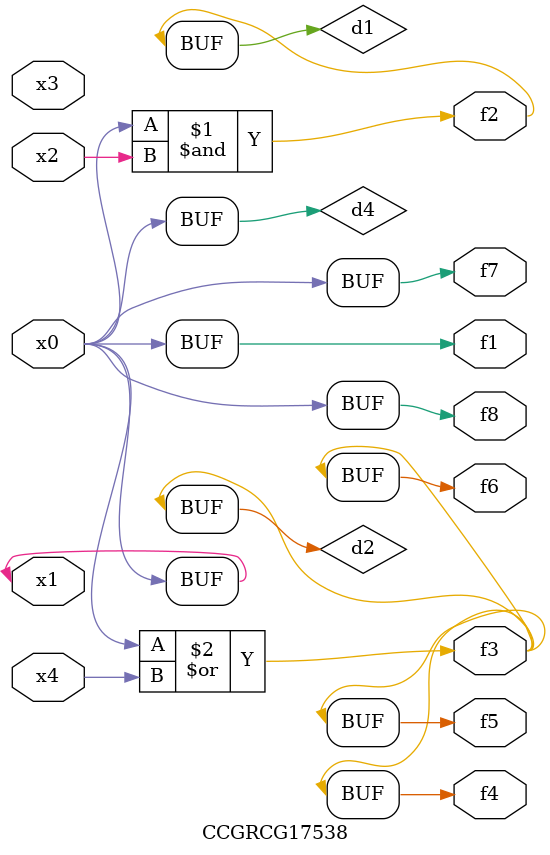
<source format=v>
module CCGRCG17538(
	input x0, x1, x2, x3, x4,
	output f1, f2, f3, f4, f5, f6, f7, f8
);

	wire d1, d2, d3, d4;

	and (d1, x0, x2);
	or (d2, x0, x4);
	nand (d3, x0, x2);
	buf (d4, x0, x1);
	assign f1 = d4;
	assign f2 = d1;
	assign f3 = d2;
	assign f4 = d2;
	assign f5 = d2;
	assign f6 = d2;
	assign f7 = d4;
	assign f8 = d4;
endmodule

</source>
